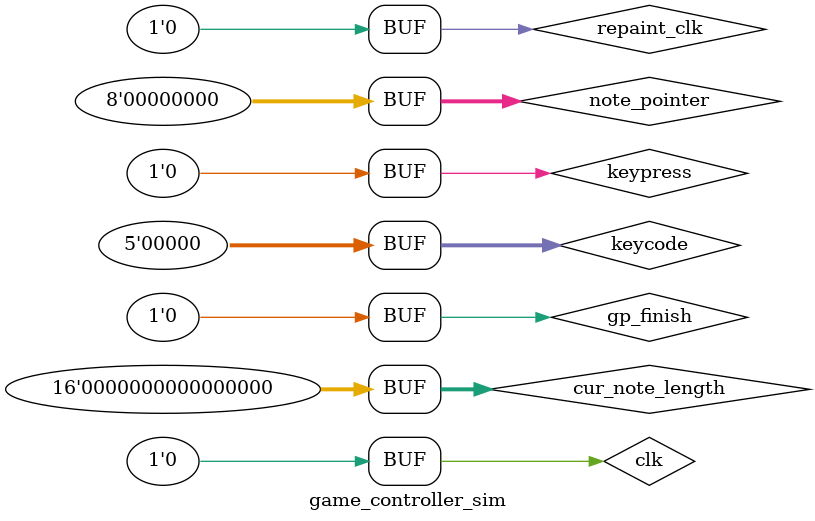
<source format=v>
`timescale 1ns / 1ps


module game_controller_sim;

	// Inputs
	reg clk;
	reg repaint_clk;
	reg keypress;
	reg [4:0] keycode;
	reg [7:0] note_pointer;
	reg [15:0] cur_note_length;
	reg gp_finish;

	// Outputs
	wire gp_en;
	wire gp_opcode;
	wire [9:0] gp_tl_x;
	wire [8:0] gp_tl_y;
	wire [9:0] gp_br_x;
	wire [8:0] gp_br_y;
	wire [11:0] gp_arg;

	// Instantiate the Unit Under Test (UUT)
	game_controller uut (
		.clk(clk), 
		.repaint_clk(repaint_clk), 
		.keypress(keypress), 
		.keycode(keycode), 
		.note_pointer(note_pointer), 
		.cur_note_length(cur_note_length), 
		.gp_finish(gp_finish), 
		.gp_en(gp_en), 
		.gp_opcode(gp_opcode), 
		.gp_tl_x(gp_tl_x), 
		.gp_tl_y(gp_tl_y), 
		.gp_br_x(gp_br_x), 
		.gp_br_y(gp_br_y), 
		.gp_arg(gp_arg)
	);

	graphics_processor gp (
		.clk(clk), 
		.en(gp_en), 
		.opcode(gp_opcode), 
		.tl_x(gp_tl_x), 
		.tl_y(gp_tl_y), 
		.br_x(gp_br_x), 
		.br_y(gp_br_y), 
		.arg(gp_arg), 
		.rom_data(rom_data), 
		.vram_we(vram_we), 
		.vram_addr(vram_addr), 
		.vram_data(vram_data), 
		.rom_addr(rom_addr), 
		.finish(finish)
	);

	vram ram (
        .clka(clk), // input clka
        .wea(vram_we), // input [0 : 0] wea
        .addra(vram_addr), // input [18 : 0] addra
        .dina(vram_data), // input [11 : 0] dina
        .clkb(clk), // input clkb
        .addrb(), // input [18 : 0] addrb
        .doutb() // output [11 : 0] doutb
        );

	image_rom img_rom (
        .clka(clk), // input clka
        .addra(rom_addr), // input [17 : 0] addra
        .douta(rom_data) // output [11 : 0] douta
        );

	initial begin
		// Initialize Inputs
		clk = 0;
		repaint_clk = 0;
		keypress = 0;
		keycode = 0;
		note_pointer = 0;
		cur_note_length = 0;
		gp_finish = 0;

		// Wait 100 ns for global reset to finish
		#100;
        
		// Add stimulus here

	end
      
endmodule


</source>
